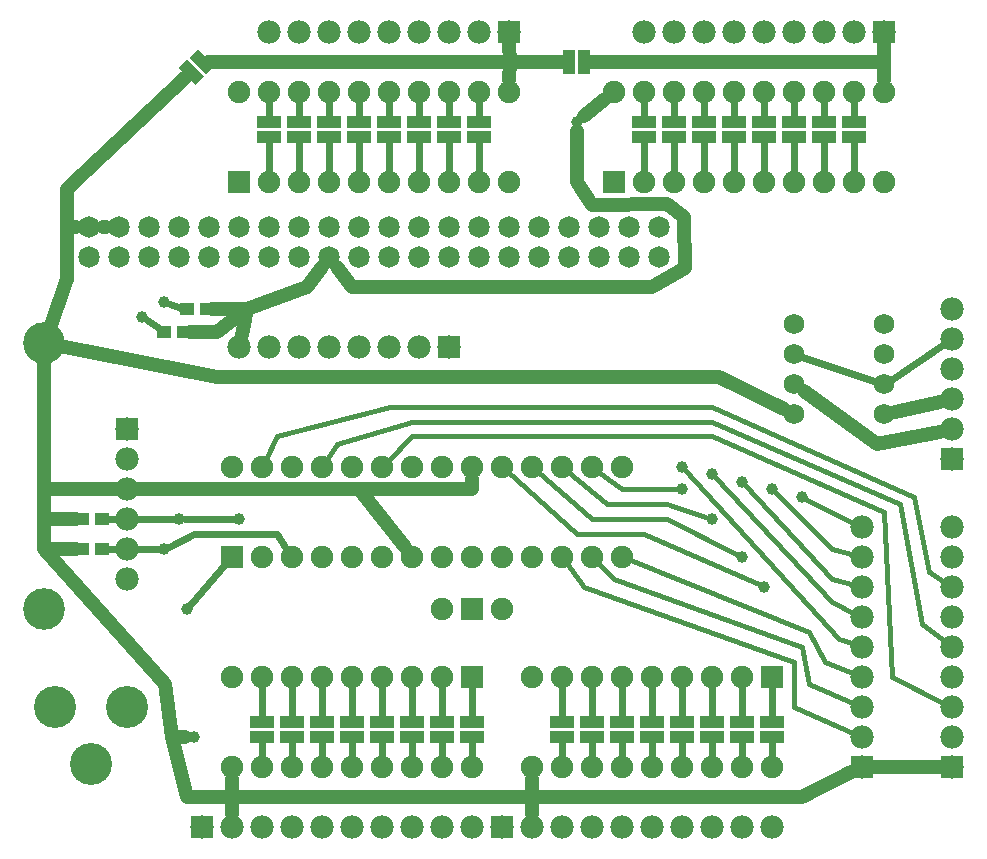
<source format=gbl>
G04 MADE WITH FRITZING*
G04 WWW.FRITZING.ORG*
G04 DOUBLE SIDED*
G04 HOLES PLATED*
G04 CONTOUR ON CENTER OF CONTOUR VECTOR*
%ASAXBY*%
%FSLAX23Y23*%
%MOIN*%
%OFA0B0*%
%SFA1.0B1.0*%
%ADD10C,0.039370*%
%ADD11C,0.071889*%
%ADD12C,0.071917*%
%ADD13C,0.075000*%
%ADD14C,0.140000*%
%ADD15C,0.138889*%
%ADD16C,0.068000*%
%ADD17C,0.078000*%
%ADD18R,0.047244X0.043307*%
%ADD19R,0.075000X0.075000*%
%ADD20R,0.078740X0.039370*%
%ADD21R,0.039370X0.078740*%
%ADD22R,0.078000X0.078000*%
%ADD23C,0.048000*%
%ADD24C,0.024000*%
%ADD25C,0.016000*%
%LNCOPPER0*%
G90*
G70*
G54D10*
X1954Y2489D03*
X679Y439D03*
X579Y1064D03*
X654Y864D03*
X629Y1164D03*
X829Y1164D03*
G54D11*
X329Y2039D03*
X429Y2039D03*
X529Y2039D03*
X629Y2039D03*
G54D12*
X729Y2039D03*
G54D11*
X829Y2039D03*
X929Y2039D03*
X1029Y2039D03*
X1129Y2039D03*
G54D12*
X1229Y2039D03*
G54D11*
X1329Y2039D03*
G54D12*
X1429Y2039D03*
G54D11*
X1529Y2039D03*
X1629Y2039D03*
X1729Y2039D03*
X1829Y2039D03*
G54D12*
X1929Y2039D03*
G54D11*
X2029Y2039D03*
X2129Y2039D03*
X2229Y2039D03*
X2229Y2139D03*
X2129Y2139D03*
X2029Y2139D03*
G54D12*
X1929Y2139D03*
G54D11*
X1829Y2139D03*
X1729Y2139D03*
X1629Y2139D03*
X1529Y2139D03*
G54D12*
X1429Y2139D03*
G54D11*
X1329Y2139D03*
G54D12*
X1229Y2139D03*
G54D11*
X1129Y2139D03*
X1029Y2139D03*
X929Y2139D03*
X829Y2139D03*
G54D12*
X729Y2139D03*
G54D11*
X629Y2139D03*
X529Y2139D03*
X429Y2139D03*
X329Y2139D03*
G54D10*
X579Y1889D03*
X504Y1839D03*
X2604Y1264D03*
X2704Y1239D03*
X2504Y1289D03*
X2304Y1339D03*
X2404Y1314D03*
G54D13*
X1504Y864D03*
X1604Y864D03*
X1704Y864D03*
G54D10*
X2304Y1264D03*
G54D14*
X454Y539D03*
X214Y539D03*
X334Y349D03*
G54D15*
X179Y864D03*
X179Y1753D03*
G54D13*
X804Y1039D03*
X804Y1339D03*
X904Y1039D03*
X904Y1339D03*
X1004Y1039D03*
X1004Y1339D03*
X1104Y1039D03*
X1104Y1339D03*
X1204Y1039D03*
X1204Y1339D03*
X1304Y1039D03*
X1304Y1339D03*
X1404Y1039D03*
X1404Y1339D03*
X1504Y1039D03*
X1504Y1339D03*
X1604Y1039D03*
X1604Y1339D03*
X1704Y1039D03*
X1704Y1339D03*
X1804Y1039D03*
X1804Y1339D03*
X1904Y1039D03*
X1904Y1339D03*
X2004Y1039D03*
X2004Y1339D03*
X2104Y1039D03*
X2104Y1339D03*
X2604Y639D03*
X2604Y339D03*
X2504Y639D03*
X2504Y339D03*
X2404Y639D03*
X2404Y339D03*
X2304Y639D03*
X2304Y339D03*
X2204Y639D03*
X2204Y339D03*
X2104Y639D03*
X2104Y339D03*
X2004Y639D03*
X2004Y339D03*
X1904Y639D03*
X1904Y339D03*
X1804Y639D03*
X1804Y339D03*
X1604Y639D03*
X1604Y339D03*
X1504Y639D03*
X1504Y339D03*
X1404Y639D03*
X1404Y339D03*
X1304Y639D03*
X1304Y339D03*
X1204Y639D03*
X1204Y339D03*
X1104Y639D03*
X1104Y339D03*
X1004Y639D03*
X1004Y339D03*
X904Y639D03*
X904Y339D03*
X804Y639D03*
X804Y339D03*
G54D16*
X2979Y1514D03*
X2979Y1614D03*
X2979Y1714D03*
X2979Y1814D03*
X2679Y1814D03*
X2679Y1714D03*
X2679Y1614D03*
X2679Y1514D03*
G54D13*
X2079Y2290D03*
X2079Y2590D03*
X2179Y2290D03*
X2179Y2590D03*
X2279Y2290D03*
X2279Y2590D03*
X2379Y2290D03*
X2379Y2590D03*
X2479Y2290D03*
X2479Y2590D03*
X2579Y2290D03*
X2579Y2590D03*
X2679Y2290D03*
X2679Y2590D03*
X2779Y2290D03*
X2779Y2590D03*
X2879Y2290D03*
X2879Y2590D03*
X2979Y2290D03*
X2979Y2590D03*
X829Y2289D03*
X829Y2589D03*
X929Y2289D03*
X929Y2589D03*
X1029Y2289D03*
X1029Y2589D03*
X1129Y2289D03*
X1129Y2589D03*
X1229Y2289D03*
X1229Y2589D03*
X1329Y2289D03*
X1329Y2589D03*
X1429Y2289D03*
X1429Y2589D03*
X1529Y2289D03*
X1529Y2589D03*
X1629Y2289D03*
X1629Y2589D03*
X1729Y2289D03*
X1729Y2589D03*
G54D17*
X454Y1464D03*
X454Y1364D03*
X454Y1264D03*
X454Y1164D03*
X454Y1064D03*
X454Y964D03*
X3204Y339D03*
X3204Y439D03*
X3204Y539D03*
X3204Y639D03*
X3204Y739D03*
X3204Y839D03*
X3204Y939D03*
X3204Y1039D03*
X3204Y1139D03*
X2904Y339D03*
X2904Y439D03*
X2904Y539D03*
X2904Y639D03*
X2904Y739D03*
X2904Y839D03*
X2904Y939D03*
X2904Y1039D03*
X2904Y1139D03*
X1704Y139D03*
X1804Y139D03*
X1904Y139D03*
X2004Y139D03*
X2104Y139D03*
X2204Y139D03*
X2304Y139D03*
X2404Y139D03*
X2504Y139D03*
X2604Y139D03*
X1529Y1739D03*
X1429Y1739D03*
X1329Y1739D03*
X1229Y1739D03*
X1129Y1739D03*
X1029Y1739D03*
X929Y1739D03*
X829Y1739D03*
X2979Y2790D03*
X2879Y2790D03*
X2779Y2790D03*
X2679Y2790D03*
X2579Y2790D03*
X2479Y2790D03*
X2379Y2790D03*
X2279Y2790D03*
X2179Y2790D03*
X1729Y2789D03*
X1629Y2789D03*
X1529Y2789D03*
X1429Y2789D03*
X1329Y2789D03*
X1229Y2789D03*
X1129Y2789D03*
X1029Y2789D03*
X929Y2789D03*
X704Y139D03*
X804Y139D03*
X904Y139D03*
X1004Y139D03*
X1104Y139D03*
X1204Y139D03*
X1304Y139D03*
X1404Y139D03*
X1504Y139D03*
X1604Y139D03*
G54D10*
X2579Y939D03*
X2504Y1039D03*
X2404Y1164D03*
G54D17*
X3204Y1364D03*
X3204Y1464D03*
X3204Y1564D03*
X3204Y1664D03*
X3204Y1764D03*
X3204Y1864D03*
G54D18*
X304Y1064D03*
X371Y1064D03*
X304Y1164D03*
X371Y1164D03*
X579Y1789D03*
X646Y1789D03*
X654Y1864D03*
X721Y1864D03*
G54D19*
X1604Y864D03*
X804Y1039D03*
X2604Y639D03*
X1604Y639D03*
X2079Y2290D03*
X829Y2289D03*
G54D20*
X2504Y489D03*
X1904Y489D03*
X2304Y489D03*
X2604Y489D03*
X2004Y489D03*
X2404Y489D03*
X2204Y489D03*
X2104Y489D03*
X2279Y2440D03*
X1029Y2439D03*
X1504Y489D03*
G54D21*
X1929Y2689D03*
G54D20*
X2879Y2439D03*
X1629Y2439D03*
X904Y489D03*
X2479Y2439D03*
X1229Y2439D03*
X1304Y489D03*
X2179Y2440D03*
X929Y2439D03*
X1604Y489D03*
X2779Y2440D03*
X1529Y2439D03*
X1004Y489D03*
X2379Y2440D03*
X1129Y2439D03*
X1404Y489D03*
X2579Y2439D03*
X1329Y2439D03*
X1204Y489D03*
X2679Y2439D03*
X1429Y2439D03*
X1104Y489D03*
X2504Y439D03*
X2604Y439D03*
X1904Y439D03*
X2204Y439D03*
X2404Y439D03*
X2004Y439D03*
X2304Y439D03*
X2104Y439D03*
X2279Y2489D03*
X1029Y2489D03*
X1504Y439D03*
X2179Y2489D03*
X929Y2489D03*
X1604Y439D03*
G54D21*
X1979Y2689D03*
G54D20*
X2879Y2489D03*
X1629Y2489D03*
X904Y439D03*
X2579Y2489D03*
X1329Y2489D03*
X1204Y439D03*
X2379Y2489D03*
X1129Y2489D03*
X1404Y439D03*
X2779Y2489D03*
X1529Y2489D03*
X1004Y439D03*
X2479Y2489D03*
X1229Y2489D03*
X1304Y439D03*
X2679Y2489D03*
X1429Y2489D03*
X1104Y439D03*
G54D22*
X454Y1464D03*
X3204Y339D03*
X2904Y339D03*
X1704Y139D03*
X1529Y1739D03*
X2979Y2790D03*
X1729Y2789D03*
X704Y139D03*
X3204Y1364D03*
G54D23*
X178Y1065D02*
X286Y1065D01*
G54D24*
D02*
X424Y1164D02*
X389Y1164D01*
D02*
X424Y1064D02*
X389Y1064D01*
D02*
X597Y1883D02*
X636Y1870D01*
D02*
X520Y1829D02*
X561Y1801D01*
G54D23*
D02*
X2254Y2215D02*
X2312Y2172D01*
D02*
X2313Y2003D02*
X2205Y1939D01*
D02*
X2004Y2213D02*
X2254Y2215D01*
D02*
X1954Y2459D02*
X1954Y2289D01*
D02*
X2312Y2172D02*
X2313Y2003D01*
D02*
X1954Y2289D02*
X2004Y2213D01*
D02*
X2048Y2565D02*
X1978Y2508D01*
D02*
X1204Y1940D02*
X1156Y2004D01*
D02*
X2205Y1939D02*
X1204Y1940D01*
D02*
X854Y1865D02*
X1055Y1940D01*
D02*
X1055Y1940D02*
X1103Y2004D01*
D02*
X837Y1780D02*
X854Y1865D01*
D02*
X753Y1640D02*
X2428Y1639D01*
D02*
X231Y1743D02*
X753Y1640D01*
D02*
X2428Y1639D02*
X2645Y1531D01*
G54D24*
D02*
X2953Y1623D02*
X2705Y1706D01*
G54D23*
D02*
X2954Y1414D02*
X2710Y1592D01*
D02*
X3164Y1456D02*
X2954Y1414D01*
D02*
X3164Y1555D02*
X3016Y1523D01*
G54D24*
D02*
X3179Y1748D02*
X3002Y1629D01*
G54D23*
D02*
X854Y1865D02*
X739Y1864D01*
D02*
X754Y1790D02*
X664Y1789D01*
D02*
X854Y1865D02*
X754Y1790D01*
D02*
X178Y1164D02*
X286Y1164D01*
G54D24*
D02*
X785Y1018D02*
X666Y879D01*
G54D23*
D02*
X1229Y1264D02*
X1603Y1264D01*
D02*
X1603Y1264D02*
X1604Y1300D01*
D02*
X1229Y1264D02*
X1380Y1071D01*
D02*
X495Y1264D02*
X1229Y1264D01*
G54D24*
D02*
X648Y1164D02*
X810Y1164D01*
D02*
X484Y1164D02*
X610Y1164D01*
D02*
X679Y1115D02*
X596Y1073D01*
D02*
X955Y1115D02*
X679Y1115D01*
D02*
X988Y1063D02*
X955Y1115D01*
D02*
X560Y1064D02*
X484Y1064D01*
G54D23*
D02*
X254Y2140D02*
X285Y2140D01*
D02*
X373Y2139D02*
X385Y2139D01*
D02*
X1730Y2690D02*
X1915Y2689D01*
D02*
X1804Y239D02*
X1804Y181D01*
D02*
X804Y239D02*
X804Y181D01*
D02*
X253Y1964D02*
X254Y2140D01*
D02*
X197Y1803D02*
X253Y1964D01*
D02*
X3163Y339D02*
X2945Y339D01*
D02*
X253Y2265D02*
X658Y2645D01*
D02*
X254Y2140D02*
X253Y2265D01*
D02*
X2979Y2690D02*
X1993Y2689D01*
D02*
X1730Y2690D02*
X724Y2689D01*
D02*
X2979Y2629D02*
X2979Y2690D01*
D02*
X1729Y2629D02*
X1730Y2690D01*
D02*
X2979Y2690D02*
X2979Y2748D01*
D02*
X1730Y2690D02*
X1729Y2748D01*
G54D24*
D02*
X2179Y2425D02*
X2179Y2318D01*
D02*
X929Y2425D02*
X929Y2318D01*
D02*
X2279Y2425D02*
X2279Y2318D01*
D02*
X1029Y2425D02*
X1029Y2318D01*
D02*
X2379Y2425D02*
X2379Y2318D01*
D02*
X1129Y2425D02*
X1129Y2318D01*
D02*
X2479Y2425D02*
X2479Y2318D01*
D02*
X1229Y2425D02*
X1229Y2318D01*
D02*
X2579Y2425D02*
X2579Y2318D01*
D02*
X1329Y2425D02*
X1329Y2318D01*
D02*
X2679Y2425D02*
X2679Y2318D01*
D02*
X1429Y2425D02*
X1429Y2318D01*
D02*
X2779Y2425D02*
X2779Y2318D01*
D02*
X1529Y2425D02*
X1529Y2318D01*
D02*
X2879Y2425D02*
X2879Y2318D01*
D02*
X1629Y2425D02*
X1629Y2318D01*
D02*
X2879Y2561D02*
X2879Y2504D01*
D02*
X1629Y2561D02*
X1629Y2504D01*
D02*
X2779Y2561D02*
X2779Y2504D01*
D02*
X1529Y2561D02*
X1529Y2504D01*
D02*
X2679Y2504D02*
X2679Y2561D01*
D02*
X1429Y2504D02*
X1429Y2561D01*
D02*
X2579Y2504D02*
X2579Y2561D01*
D02*
X1329Y2504D02*
X1329Y2561D01*
D02*
X2479Y2561D02*
X2479Y2504D01*
D02*
X1229Y2561D02*
X1229Y2504D01*
D02*
X2379Y2561D02*
X2379Y2504D01*
D02*
X1129Y2561D02*
X1129Y2504D01*
D02*
X2279Y2561D02*
X2279Y2504D01*
D02*
X1029Y2561D02*
X1029Y2504D01*
D02*
X2179Y2561D02*
X2179Y2504D01*
D02*
X929Y2561D02*
X929Y2504D01*
G54D25*
D02*
X1404Y1441D02*
X1320Y1356D01*
D02*
X2979Y1190D02*
X2405Y1441D01*
D02*
X2405Y1441D02*
X1504Y1441D01*
D02*
X1504Y1441D02*
X1404Y1441D01*
D02*
X3004Y639D02*
X2979Y1190D01*
D02*
X3182Y550D02*
X3004Y639D01*
D02*
X1154Y1415D02*
X1404Y1489D01*
D02*
X3104Y815D02*
X3184Y754D01*
D02*
X3030Y1215D02*
X3104Y815D01*
D02*
X2405Y1489D02*
X3030Y1215D01*
D02*
X1404Y1489D02*
X2405Y1489D01*
D02*
X1117Y1359D02*
X1154Y1415D01*
D02*
X955Y1441D02*
X1330Y1540D01*
D02*
X1330Y1540D02*
X2405Y1540D01*
D02*
X2405Y1540D02*
X3079Y1240D01*
D02*
X3129Y989D02*
X3184Y953D01*
D02*
X3079Y1240D02*
X3129Y989D01*
D02*
X914Y1360D02*
X955Y1441D01*
D02*
X2882Y1150D02*
X2716Y1233D01*
D02*
X2803Y1065D02*
X2614Y1255D01*
D02*
X2880Y1045D02*
X2803Y1065D01*
D02*
X2803Y965D02*
X2513Y1280D01*
D02*
X2880Y945D02*
X2803Y965D01*
D02*
X2803Y889D02*
X2413Y1305D01*
D02*
X2882Y850D02*
X2803Y889D01*
D02*
X2829Y764D02*
X2313Y1329D01*
D02*
X2881Y747D02*
X2829Y764D01*
D02*
X2729Y790D02*
X2125Y1031D01*
D02*
X2780Y690D02*
X2729Y790D01*
D02*
X2881Y649D02*
X2780Y690D01*
D02*
X2079Y965D02*
X2020Y1023D01*
D02*
X2704Y740D02*
X2079Y965D01*
D02*
X2729Y614D02*
X2704Y740D01*
D02*
X2881Y549D02*
X2729Y614D01*
D02*
X1979Y939D02*
X1918Y1021D01*
D02*
X2679Y689D02*
X1979Y939D01*
D02*
X2678Y540D02*
X2679Y689D01*
D02*
X2882Y449D02*
X2678Y540D01*
G54D23*
D02*
X603Y439D02*
X649Y439D01*
G54D25*
D02*
X2254Y1164D02*
X2492Y1045D01*
D02*
X2004Y1164D02*
X2254Y1164D01*
D02*
X1821Y1324D02*
X2004Y1164D01*
D02*
X2104Y1264D02*
X2022Y1325D01*
D02*
X2291Y1264D02*
X2104Y1264D01*
G54D24*
D02*
X2204Y504D02*
X2204Y611D01*
D02*
X2304Y504D02*
X2304Y611D01*
D02*
X2404Y503D02*
X2404Y611D01*
D02*
X2604Y503D02*
X2604Y611D01*
D02*
X2504Y611D02*
X2504Y503D01*
D02*
X2004Y425D02*
X2004Y368D01*
D02*
X2104Y425D02*
X2104Y368D01*
D02*
X2204Y425D02*
X2204Y368D01*
D02*
X2304Y425D02*
X2304Y368D01*
D02*
X2404Y425D02*
X2404Y368D01*
D02*
X2504Y425D02*
X2504Y368D01*
D02*
X2604Y368D02*
X2604Y425D01*
D02*
X1304Y611D02*
X1304Y504D01*
D02*
X1904Y504D02*
X1904Y611D01*
D02*
X2004Y503D02*
X2004Y611D01*
D02*
X2104Y504D02*
X2104Y611D01*
D02*
X1904Y425D02*
X1904Y368D01*
D02*
X904Y611D02*
X904Y504D01*
D02*
X904Y368D02*
X904Y425D01*
D02*
X1004Y368D02*
X1004Y425D01*
D02*
X1104Y368D02*
X1104Y425D01*
D02*
X1204Y368D02*
X1204Y425D01*
D02*
X1304Y425D02*
X1304Y368D01*
D02*
X1404Y425D02*
X1404Y368D01*
D02*
X1504Y425D02*
X1504Y368D01*
D02*
X1604Y425D02*
X1604Y368D01*
D02*
X1004Y504D02*
X1004Y611D01*
D02*
X1104Y504D02*
X1104Y611D01*
D02*
X1204Y504D02*
X1204Y611D01*
D02*
X1404Y504D02*
X1404Y611D01*
D02*
X1504Y504D02*
X1504Y611D01*
D02*
X1604Y504D02*
X1604Y611D01*
G54D23*
D02*
X2867Y321D02*
X2704Y240D01*
D02*
X2704Y240D02*
X1804Y239D01*
D02*
X178Y1164D02*
X179Y1265D01*
D02*
X178Y1065D02*
X178Y1164D01*
D02*
X580Y614D02*
X178Y1065D01*
D02*
X603Y439D02*
X580Y614D01*
D02*
X179Y1265D02*
X179Y1700D01*
D02*
X654Y240D02*
X603Y439D01*
D02*
X804Y239D02*
X654Y240D01*
D02*
X1804Y239D02*
X804Y239D01*
D02*
X1804Y300D02*
X1804Y239D01*
D02*
X804Y239D02*
X804Y300D01*
G54D25*
D02*
X1721Y1324D02*
X1954Y1114D01*
D02*
X2179Y1114D02*
X2567Y945D01*
D02*
X1954Y1114D02*
X2179Y1114D01*
D02*
X2254Y1214D02*
X2054Y1214D01*
D02*
X2391Y1169D02*
X2254Y1214D01*
D02*
X2054Y1214D02*
X1922Y1325D01*
G54D23*
D02*
X413Y1264D02*
X179Y1265D01*
G36*
X627Y2669D02*
X654Y2697D01*
X710Y2641D01*
X682Y2613D01*
X627Y2669D01*
G37*
D02*
G36*
X662Y2703D02*
X690Y2731D01*
X746Y2676D01*
X718Y2648D01*
X662Y2703D01*
G37*
D02*
G04 End of Copper0*
M02*
</source>
